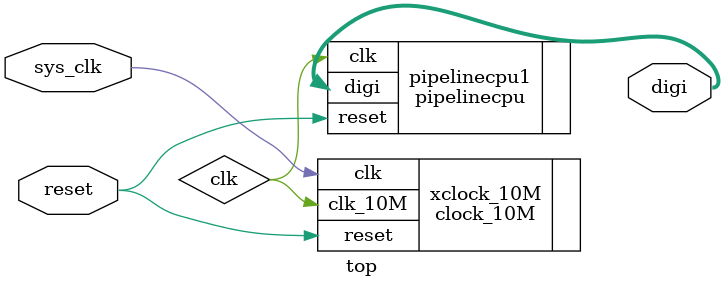
<source format=v>
module top(
    input sys_clk,
    input reset,
    output [11:0] digi
);
	wire        MemRead             ; 
	wire        MemWrite            ;
	wire [31:0] MemBus_Address      ;
	wire [31:0] MemBus_Write_Data   ;
	wire [31:0] BCD_Read_data       ;
	wire clk;

    clock_10M xclock_10M(
        .clk(sys_clk),
        .reset(reset),
        .clk_10M(clk)
    );
    
	pipelinecpu pipelinecpu1(  
		.reset              (reset              ), 
		.clk                (clk                ), 
		.digi               (digi               )
	);
endmodule
</source>
